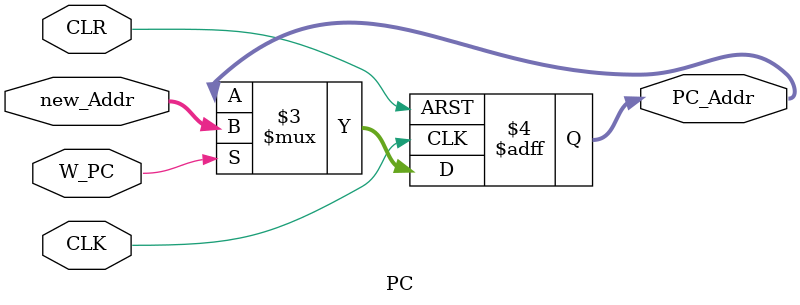
<source format=v>
`timescale 1ns / 1ps


module PC(
    input W_PC,
    input CLK,
    input CLR,
    input [31:0] new_Addr,
    output reg [31:0] PC_Addr
    );
    always@(negedge CLK or posedge CLR)
    begin
        if(CLR)
            PC_Addr=32'h0000_0000;
        else if(!CLK)
        begin
            PC_Addr=W_PC?new_Addr[31:0]:PC_Addr[31:0];
        end
    end
endmodule

</source>
